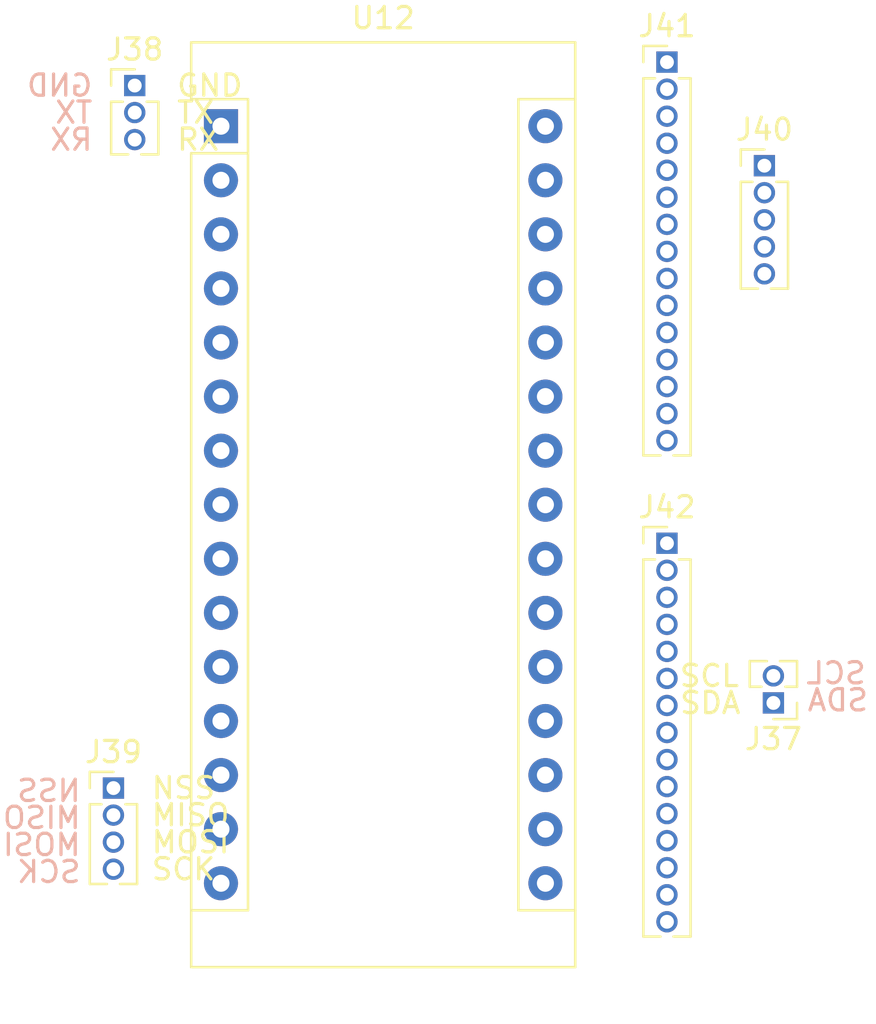
<source format=kicad_pcb>
(kicad_pcb (version 20171130) (host pcbnew 5.1.2-f72e74a~84~ubuntu18.04.1)

  (general
    (thickness 1.6)
    (drawings 0)
    (tracks 0)
    (zones 0)
    (modules 7)
    (nets 28)
  )

  (page A4)
  (layers
    (0 F.Cu signal)
    (31 B.Cu signal)
    (32 B.Adhes user)
    (33 F.Adhes user)
    (34 B.Paste user)
    (35 F.Paste user)
    (36 B.SilkS user)
    (37 F.SilkS user)
    (38 B.Mask user)
    (39 F.Mask user)
    (40 Dwgs.User user)
    (41 Cmts.User user)
    (42 Eco1.User user)
    (43 Eco2.User user)
    (44 Edge.Cuts user)
    (45 Margin user)
    (46 B.CrtYd user)
    (47 F.CrtYd user)
    (48 B.Fab user)
    (49 F.Fab user)
  )

  (setup
    (last_trace_width 0.25)
    (trace_clearance 0.2)
    (zone_clearance 0.508)
    (zone_45_only no)
    (trace_min 0.2)
    (via_size 0.8)
    (via_drill 0.4)
    (via_min_size 0.4)
    (via_min_drill 0.3)
    (uvia_size 0.3)
    (uvia_drill 0.1)
    (uvias_allowed no)
    (uvia_min_size 0.2)
    (uvia_min_drill 0.1)
    (edge_width 0.1)
    (segment_width 0.2)
    (pcb_text_width 0.3)
    (pcb_text_size 1.5 1.5)
    (mod_edge_width 0.15)
    (mod_text_size 1 1)
    (mod_text_width 0.15)
    (pad_size 1.524 1.524)
    (pad_drill 0.762)
    (pad_to_mask_clearance 0)
    (aux_axis_origin 0 0)
    (visible_elements FFFFFF7F)
    (pcbplotparams
      (layerselection 0x010fc_ffffffff)
      (usegerberextensions false)
      (usegerberattributes false)
      (usegerberadvancedattributes false)
      (creategerberjobfile false)
      (excludeedgelayer true)
      (linewidth 0.100000)
      (plotframeref false)
      (viasonmask false)
      (mode 1)
      (useauxorigin false)
      (hpglpennumber 1)
      (hpglpenspeed 20)
      (hpglpendiameter 15.000000)
      (psnegative false)
      (psa4output false)
      (plotreference true)
      (plotvalue true)
      (plotinvisibletext false)
      (padsonsilk false)
      (subtractmaskfromsilk false)
      (outputformat 1)
      (mirror false)
      (drillshape 1)
      (scaleselection 1)
      (outputdirectory ""))
  )

  (net 0 "")
  (net 1 /SDA)
  (net 2 /SCL)
  (net 3 GND)
  (net 4 /D1)
  (net 5 /D0)
  (net 6 /SS)
  (net 7 /MISO)
  (net 8 /MOSI)
  (net 9 /SCK)
  (net 10 /D9)
  (net 11 /D8)
  (net 12 /D7)
  (net 13 /OLED_SS)
  (net 14 /OLED_RST)
  (net 15 /OLED_DC)
  (net 16 /D3)
  (net 17 /D2)
  (net 18 /RST)
  (net 19 /3V3)
  (net 20 /AREF)
  (net 21 /A0)
  (net 22 /A1)
  (net 23 /A2)
  (net 24 /A3)
  (net 25 /A6)
  (net 26 /A7)
  (net 27 +5V)

  (net_class Default "This is the default net class."
    (clearance 0.2)
    (trace_width 0.25)
    (via_dia 0.8)
    (via_drill 0.4)
    (uvia_dia 0.3)
    (uvia_drill 0.1)
    (add_net +5V)
    (add_net /3V3)
    (add_net /A0)
    (add_net /A1)
    (add_net /A2)
    (add_net /A3)
    (add_net /A6)
    (add_net /A7)
    (add_net /AREF)
    (add_net /D0)
    (add_net /D1)
    (add_net /D2)
    (add_net /D3)
    (add_net /D7)
    (add_net /D8)
    (add_net /D9)
    (add_net /MISO)
    (add_net /MOSI)
    (add_net /OLED_DC)
    (add_net /OLED_RST)
    (add_net /OLED_SS)
    (add_net /RST)
    (add_net /SCK)
    (add_net /SCL)
    (add_net /SDA)
    (add_net /SS)
    (add_net GND)
  )

  (module Connector_PinHeader_1.27mm:PinHeader_1x05_P1.27mm_Vertical (layer F.Cu) (tedit 59FED6E3) (tstamp 5CEEBD42)
    (at 44.577 24.765)
    (descr "Through hole straight pin header, 1x05, 1.27mm pitch, single row")
    (tags "Through hole pin header THT 1x05 1.27mm single row")
    (path /5D05267A)
    (fp_text reference J40 (at 0 -1.695) (layer F.SilkS)
      (effects (font (size 1 1) (thickness 0.15)))
    )
    (fp_text value OLED_HEADER (at 0 6.775) (layer F.Fab)
      (effects (font (size 1 1) (thickness 0.15)))
    )
    (fp_text user %R (at 0 2.54 90) (layer F.Fab)
      (effects (font (size 1 1) (thickness 0.15)))
    )
    (fp_line (start 1.55 -1.15) (end -1.55 -1.15) (layer F.CrtYd) (width 0.05))
    (fp_line (start 1.55 6.25) (end 1.55 -1.15) (layer F.CrtYd) (width 0.05))
    (fp_line (start -1.55 6.25) (end 1.55 6.25) (layer F.CrtYd) (width 0.05))
    (fp_line (start -1.55 -1.15) (end -1.55 6.25) (layer F.CrtYd) (width 0.05))
    (fp_line (start -1.11 -0.76) (end 0 -0.76) (layer F.SilkS) (width 0.12))
    (fp_line (start -1.11 0) (end -1.11 -0.76) (layer F.SilkS) (width 0.12))
    (fp_line (start 0.563471 0.76) (end 1.11 0.76) (layer F.SilkS) (width 0.12))
    (fp_line (start -1.11 0.76) (end -0.563471 0.76) (layer F.SilkS) (width 0.12))
    (fp_line (start 1.11 0.76) (end 1.11 5.775) (layer F.SilkS) (width 0.12))
    (fp_line (start -1.11 0.76) (end -1.11 5.775) (layer F.SilkS) (width 0.12))
    (fp_line (start 0.30753 5.775) (end 1.11 5.775) (layer F.SilkS) (width 0.12))
    (fp_line (start -1.11 5.775) (end -0.30753 5.775) (layer F.SilkS) (width 0.12))
    (fp_line (start -1.05 -0.11) (end -0.525 -0.635) (layer F.Fab) (width 0.1))
    (fp_line (start -1.05 5.715) (end -1.05 -0.11) (layer F.Fab) (width 0.1))
    (fp_line (start 1.05 5.715) (end -1.05 5.715) (layer F.Fab) (width 0.1))
    (fp_line (start 1.05 -0.635) (end 1.05 5.715) (layer F.Fab) (width 0.1))
    (fp_line (start -0.525 -0.635) (end 1.05 -0.635) (layer F.Fab) (width 0.1))
    (pad 5 thru_hole oval (at 0 5.08) (size 1 1) (drill 0.65) (layers *.Cu *.Mask)
      (net 13 /OLED_SS))
    (pad 4 thru_hole oval (at 0 3.81) (size 1 1) (drill 0.65) (layers *.Cu *.Mask)
      (net 14 /OLED_RST))
    (pad 3 thru_hole oval (at 0 2.54) (size 1 1) (drill 0.65) (layers *.Cu *.Mask)
      (net 15 /OLED_DC))
    (pad 2 thru_hole oval (at 0 1.27) (size 1 1) (drill 0.65) (layers *.Cu *.Mask)
      (net 9 /SCK))
    (pad 1 thru_hole rect (at 0 0) (size 1 1) (drill 0.65) (layers *.Cu *.Mask)
      (net 8 /MOSI))
    (model ${KISYS3DMOD}/Connector_PinHeader_1.27mm.3dshapes/PinHeader_1x05_P1.27mm_Vertical.wrl
      (at (xyz 0 0 0))
      (scale (xyz 1 1 1))
      (rotate (xyz 0 0 0))
    )
  )

  (module Module:Arduino_Nano (layer F.Cu) (tedit 58ACAF70) (tstamp 5CEBB1C7)
    (at 19.05 22.91)
    (descr "Arduino Nano, http://www.mouser.com/pdfdocs/Gravitech_Arduino_Nano3_0.pdf")
    (tags "Arduino Nano")
    (path /5CE64286)
    (fp_text reference U12 (at 7.62 -5.08) (layer F.SilkS)
      (effects (font (size 1 1) (thickness 0.15)))
    )
    (fp_text value arduino_nano_v3 (at 8.89 19.05 90) (layer F.Fab)
      (effects (font (size 1 1) (thickness 0.15)))
    )
    (fp_line (start 16.75 42.16) (end -1.53 42.16) (layer F.CrtYd) (width 0.05))
    (fp_line (start 16.75 42.16) (end 16.75 -4.06) (layer F.CrtYd) (width 0.05))
    (fp_line (start -1.53 -4.06) (end -1.53 42.16) (layer F.CrtYd) (width 0.05))
    (fp_line (start -1.53 -4.06) (end 16.75 -4.06) (layer F.CrtYd) (width 0.05))
    (fp_line (start 16.51 -3.81) (end 16.51 39.37) (layer F.Fab) (width 0.1))
    (fp_line (start 0 -3.81) (end 16.51 -3.81) (layer F.Fab) (width 0.1))
    (fp_line (start -1.27 -2.54) (end 0 -3.81) (layer F.Fab) (width 0.1))
    (fp_line (start -1.27 39.37) (end -1.27 -2.54) (layer F.Fab) (width 0.1))
    (fp_line (start 16.51 39.37) (end -1.27 39.37) (layer F.Fab) (width 0.1))
    (fp_line (start 16.64 -3.94) (end -1.4 -3.94) (layer F.SilkS) (width 0.12))
    (fp_line (start 16.64 39.5) (end 16.64 -3.94) (layer F.SilkS) (width 0.12))
    (fp_line (start -1.4 39.5) (end 16.64 39.5) (layer F.SilkS) (width 0.12))
    (fp_line (start 3.81 41.91) (end 3.81 31.75) (layer F.Fab) (width 0.1))
    (fp_line (start 11.43 41.91) (end 3.81 41.91) (layer F.Fab) (width 0.1))
    (fp_line (start 11.43 31.75) (end 11.43 41.91) (layer F.Fab) (width 0.1))
    (fp_line (start 3.81 31.75) (end 11.43 31.75) (layer F.Fab) (width 0.1))
    (fp_line (start 1.27 36.83) (end -1.4 36.83) (layer F.SilkS) (width 0.12))
    (fp_line (start 1.27 1.27) (end 1.27 36.83) (layer F.SilkS) (width 0.12))
    (fp_line (start 1.27 1.27) (end -1.4 1.27) (layer F.SilkS) (width 0.12))
    (fp_line (start 13.97 36.83) (end 16.64 36.83) (layer F.SilkS) (width 0.12))
    (fp_line (start 13.97 -1.27) (end 13.97 36.83) (layer F.SilkS) (width 0.12))
    (fp_line (start 13.97 -1.27) (end 16.64 -1.27) (layer F.SilkS) (width 0.12))
    (fp_line (start -1.4 -3.94) (end -1.4 -1.27) (layer F.SilkS) (width 0.12))
    (fp_line (start -1.4 1.27) (end -1.4 39.5) (layer F.SilkS) (width 0.12))
    (fp_line (start 1.27 -1.27) (end -1.4 -1.27) (layer F.SilkS) (width 0.12))
    (fp_line (start 1.27 1.27) (end 1.27 -1.27) (layer F.SilkS) (width 0.12))
    (fp_text user %R (at 6.35 19.05 90) (layer F.Fab)
      (effects (font (size 1 1) (thickness 0.15)))
    )
    (pad 16 thru_hole oval (at 15.24 35.56) (size 1.6 1.6) (drill 0.8) (layers *.Cu *.Mask)
      (net 9 /SCK))
    (pad 15 thru_hole oval (at 0 35.56) (size 1.6 1.6) (drill 0.8) (layers *.Cu *.Mask)
      (net 7 /MISO))
    (pad 30 thru_hole oval (at 15.24 0) (size 1.6 1.6) (drill 0.8) (layers *.Cu *.Mask)
      (net 27 +5V))
    (pad 14 thru_hole oval (at 0 33.02) (size 1.6 1.6) (drill 0.8) (layers *.Cu *.Mask)
      (net 8 /MOSI))
    (pad 29 thru_hole oval (at 15.24 2.54) (size 1.6 1.6) (drill 0.8) (layers *.Cu *.Mask)
      (net 3 GND))
    (pad 13 thru_hole oval (at 0 30.48) (size 1.6 1.6) (drill 0.8) (layers *.Cu *.Mask)
      (net 6 /SS))
    (pad 28 thru_hole oval (at 15.24 5.08) (size 1.6 1.6) (drill 0.8) (layers *.Cu *.Mask)
      (net 18 /RST))
    (pad 12 thru_hole oval (at 0 27.94) (size 1.6 1.6) (drill 0.8) (layers *.Cu *.Mask)
      (net 10 /D9))
    (pad 27 thru_hole oval (at 15.24 7.62) (size 1.6 1.6) (drill 0.8) (layers *.Cu *.Mask)
      (net 27 +5V))
    (pad 11 thru_hole oval (at 0 25.4) (size 1.6 1.6) (drill 0.8) (layers *.Cu *.Mask)
      (net 11 /D8))
    (pad 26 thru_hole oval (at 15.24 10.16) (size 1.6 1.6) (drill 0.8) (layers *.Cu *.Mask)
      (net 26 /A7))
    (pad 10 thru_hole oval (at 0 22.86) (size 1.6 1.6) (drill 0.8) (layers *.Cu *.Mask)
      (net 12 /D7))
    (pad 25 thru_hole oval (at 15.24 12.7) (size 1.6 1.6) (drill 0.8) (layers *.Cu *.Mask)
      (net 25 /A6))
    (pad 9 thru_hole oval (at 0 20.32) (size 1.6 1.6) (drill 0.8) (layers *.Cu *.Mask)
      (net 13 /OLED_SS))
    (pad 24 thru_hole oval (at 15.24 15.24) (size 1.6 1.6) (drill 0.8) (layers *.Cu *.Mask)
      (net 2 /SCL))
    (pad 8 thru_hole oval (at 0 17.78) (size 1.6 1.6) (drill 0.8) (layers *.Cu *.Mask)
      (net 14 /OLED_RST))
    (pad 23 thru_hole oval (at 15.24 17.78) (size 1.6 1.6) (drill 0.8) (layers *.Cu *.Mask)
      (net 1 /SDA))
    (pad 7 thru_hole oval (at 0 15.24) (size 1.6 1.6) (drill 0.8) (layers *.Cu *.Mask)
      (net 15 /OLED_DC))
    (pad 22 thru_hole oval (at 15.24 20.32) (size 1.6 1.6) (drill 0.8) (layers *.Cu *.Mask)
      (net 24 /A3))
    (pad 6 thru_hole oval (at 0 12.7) (size 1.6 1.6) (drill 0.8) (layers *.Cu *.Mask)
      (net 16 /D3))
    (pad 21 thru_hole oval (at 15.24 22.86) (size 1.6 1.6) (drill 0.8) (layers *.Cu *.Mask)
      (net 23 /A2))
    (pad 5 thru_hole oval (at 0 10.16) (size 1.6 1.6) (drill 0.8) (layers *.Cu *.Mask)
      (net 17 /D2))
    (pad 20 thru_hole oval (at 15.24 25.4) (size 1.6 1.6) (drill 0.8) (layers *.Cu *.Mask)
      (net 22 /A1))
    (pad 4 thru_hole oval (at 0 7.62) (size 1.6 1.6) (drill 0.8) (layers *.Cu *.Mask)
      (net 3 GND))
    (pad 19 thru_hole oval (at 15.24 27.94) (size 1.6 1.6) (drill 0.8) (layers *.Cu *.Mask)
      (net 21 /A0))
    (pad 3 thru_hole oval (at 0 5.08) (size 1.6 1.6) (drill 0.8) (layers *.Cu *.Mask)
      (net 18 /RST))
    (pad 18 thru_hole oval (at 15.24 30.48) (size 1.6 1.6) (drill 0.8) (layers *.Cu *.Mask)
      (net 20 /AREF))
    (pad 2 thru_hole oval (at 0 2.54) (size 1.6 1.6) (drill 0.8) (layers *.Cu *.Mask)
      (net 5 /D0))
    (pad 17 thru_hole oval (at 15.24 33.02) (size 1.6 1.6) (drill 0.8) (layers *.Cu *.Mask)
      (net 19 /3V3))
    (pad 1 thru_hole rect (at 0 0) (size 1.6 1.6) (drill 0.8) (layers *.Cu *.Mask)
      (net 4 /D1))
    (model ${KISYS3DMOD}/Module.3dshapes/Arduino_Nano_WithMountingHoles.wrl
      (at (xyz 0 0 0))
      (scale (xyz 1 1 1))
      (rotate (xyz 0 0 0))
    )
  )

  (module Connector_PinHeader_1.27mm:PinHeader_1x15_P1.27mm_Vertical (layer F.Cu) (tedit 59FED6E3) (tstamp 5CEBB18A)
    (at 40 42.5)
    (descr "Through hole straight pin header, 1x15, 1.27mm pitch, single row")
    (tags "Through hole pin header THT 1x15 1.27mm single row")
    (path /5CEF7253)
    (fp_text reference J42 (at 0 -1.695) (layer F.SilkS)
      (effects (font (size 1 1) (thickness 0.15)))
    )
    (fp_text value ARDUINO_HEADER2 (at 0 19.475) (layer F.Fab)
      (effects (font (size 1 1) (thickness 0.15)))
    )
    (fp_text user %R (at 0 8.89 90) (layer F.Fab)
      (effects (font (size 1 1) (thickness 0.15)))
    )
    (fp_line (start 1.55 -1.15) (end -1.55 -1.15) (layer F.CrtYd) (width 0.05))
    (fp_line (start 1.55 18.95) (end 1.55 -1.15) (layer F.CrtYd) (width 0.05))
    (fp_line (start -1.55 18.95) (end 1.55 18.95) (layer F.CrtYd) (width 0.05))
    (fp_line (start -1.55 -1.15) (end -1.55 18.95) (layer F.CrtYd) (width 0.05))
    (fp_line (start -1.11 -0.76) (end 0 -0.76) (layer F.SilkS) (width 0.12))
    (fp_line (start -1.11 0) (end -1.11 -0.76) (layer F.SilkS) (width 0.12))
    (fp_line (start 0.563471 0.76) (end 1.11 0.76) (layer F.SilkS) (width 0.12))
    (fp_line (start -1.11 0.76) (end -0.563471 0.76) (layer F.SilkS) (width 0.12))
    (fp_line (start 1.11 0.76) (end 1.11 18.475) (layer F.SilkS) (width 0.12))
    (fp_line (start -1.11 0.76) (end -1.11 18.475) (layer F.SilkS) (width 0.12))
    (fp_line (start 0.30753 18.475) (end 1.11 18.475) (layer F.SilkS) (width 0.12))
    (fp_line (start -1.11 18.475) (end -0.30753 18.475) (layer F.SilkS) (width 0.12))
    (fp_line (start -1.05 -0.11) (end -0.525 -0.635) (layer F.Fab) (width 0.1))
    (fp_line (start -1.05 18.415) (end -1.05 -0.11) (layer F.Fab) (width 0.1))
    (fp_line (start 1.05 18.415) (end -1.05 18.415) (layer F.Fab) (width 0.1))
    (fp_line (start 1.05 -0.635) (end 1.05 18.415) (layer F.Fab) (width 0.1))
    (fp_line (start -0.525 -0.635) (end 1.05 -0.635) (layer F.Fab) (width 0.1))
    (pad 15 thru_hole oval (at 0 17.78) (size 1 1) (drill 0.65) (layers *.Cu *.Mask)
      (net 9 /SCK))
    (pad 14 thru_hole oval (at 0 16.51) (size 1 1) (drill 0.65) (layers *.Cu *.Mask)
      (net 19 /3V3))
    (pad 13 thru_hole oval (at 0 15.24) (size 1 1) (drill 0.65) (layers *.Cu *.Mask)
      (net 20 /AREF))
    (pad 12 thru_hole oval (at 0 13.97) (size 1 1) (drill 0.65) (layers *.Cu *.Mask)
      (net 21 /A0))
    (pad 11 thru_hole oval (at 0 12.7) (size 1 1) (drill 0.65) (layers *.Cu *.Mask)
      (net 22 /A1))
    (pad 10 thru_hole oval (at 0 11.43) (size 1 1) (drill 0.65) (layers *.Cu *.Mask)
      (net 23 /A2))
    (pad 9 thru_hole oval (at 0 10.16) (size 1 1) (drill 0.65) (layers *.Cu *.Mask)
      (net 24 /A3))
    (pad 8 thru_hole oval (at 0 8.89) (size 1 1) (drill 0.65) (layers *.Cu *.Mask)
      (net 1 /SDA))
    (pad 7 thru_hole oval (at 0 7.62) (size 1 1) (drill 0.65) (layers *.Cu *.Mask)
      (net 2 /SCL))
    (pad 6 thru_hole oval (at 0 6.35) (size 1 1) (drill 0.65) (layers *.Cu *.Mask)
      (net 25 /A6))
    (pad 5 thru_hole oval (at 0 5.08) (size 1 1) (drill 0.65) (layers *.Cu *.Mask)
      (net 26 /A7))
    (pad 4 thru_hole oval (at 0 3.81) (size 1 1) (drill 0.65) (layers *.Cu *.Mask)
      (net 27 +5V))
    (pad 3 thru_hole oval (at 0 2.54) (size 1 1) (drill 0.65) (layers *.Cu *.Mask)
      (net 18 /RST))
    (pad 2 thru_hole oval (at 0 1.27) (size 1 1) (drill 0.65) (layers *.Cu *.Mask)
      (net 3 GND))
    (pad 1 thru_hole rect (at 0 0) (size 1 1) (drill 0.65) (layers *.Cu *.Mask)
      (net 27 +5V))
    (model ${KISYS3DMOD}/Connector_PinHeader_1.27mm.3dshapes/PinHeader_1x15_P1.27mm_Vertical.wrl
      (at (xyz 0 0 0))
      (scale (xyz 1 1 1))
      (rotate (xyz 0 0 0))
    )
  )

  (module Connector_PinHeader_1.27mm:PinHeader_1x15_P1.27mm_Vertical (layer F.Cu) (tedit 59FED6E3) (tstamp 5CEBB165)
    (at 40 19.9)
    (descr "Through hole straight pin header, 1x15, 1.27mm pitch, single row")
    (tags "Through hole pin header THT 1x15 1.27mm single row")
    (path /5CEF6157)
    (fp_text reference J41 (at 0 -1.695) (layer F.SilkS)
      (effects (font (size 1 1) (thickness 0.15)))
    )
    (fp_text value ARDUINO_HEADER1 (at 0 19.475) (layer F.Fab)
      (effects (font (size 1 1) (thickness 0.15)))
    )
    (fp_text user %R (at 0 8.89 90) (layer F.Fab)
      (effects (font (size 1 1) (thickness 0.15)))
    )
    (fp_line (start 1.55 -1.15) (end -1.55 -1.15) (layer F.CrtYd) (width 0.05))
    (fp_line (start 1.55 18.95) (end 1.55 -1.15) (layer F.CrtYd) (width 0.05))
    (fp_line (start -1.55 18.95) (end 1.55 18.95) (layer F.CrtYd) (width 0.05))
    (fp_line (start -1.55 -1.15) (end -1.55 18.95) (layer F.CrtYd) (width 0.05))
    (fp_line (start -1.11 -0.76) (end 0 -0.76) (layer F.SilkS) (width 0.12))
    (fp_line (start -1.11 0) (end -1.11 -0.76) (layer F.SilkS) (width 0.12))
    (fp_line (start 0.563471 0.76) (end 1.11 0.76) (layer F.SilkS) (width 0.12))
    (fp_line (start -1.11 0.76) (end -0.563471 0.76) (layer F.SilkS) (width 0.12))
    (fp_line (start 1.11 0.76) (end 1.11 18.475) (layer F.SilkS) (width 0.12))
    (fp_line (start -1.11 0.76) (end -1.11 18.475) (layer F.SilkS) (width 0.12))
    (fp_line (start 0.30753 18.475) (end 1.11 18.475) (layer F.SilkS) (width 0.12))
    (fp_line (start -1.11 18.475) (end -0.30753 18.475) (layer F.SilkS) (width 0.12))
    (fp_line (start -1.05 -0.11) (end -0.525 -0.635) (layer F.Fab) (width 0.1))
    (fp_line (start -1.05 18.415) (end -1.05 -0.11) (layer F.Fab) (width 0.1))
    (fp_line (start 1.05 18.415) (end -1.05 18.415) (layer F.Fab) (width 0.1))
    (fp_line (start 1.05 -0.635) (end 1.05 18.415) (layer F.Fab) (width 0.1))
    (fp_line (start -0.525 -0.635) (end 1.05 -0.635) (layer F.Fab) (width 0.1))
    (pad 15 thru_hole oval (at 0 17.78) (size 1 1) (drill 0.65) (layers *.Cu *.Mask)
      (net 7 /MISO))
    (pad 14 thru_hole oval (at 0 16.51) (size 1 1) (drill 0.65) (layers *.Cu *.Mask)
      (net 8 /MOSI))
    (pad 13 thru_hole oval (at 0 15.24) (size 1 1) (drill 0.65) (layers *.Cu *.Mask)
      (net 6 /SS))
    (pad 12 thru_hole oval (at 0 13.97) (size 1 1) (drill 0.65) (layers *.Cu *.Mask)
      (net 10 /D9))
    (pad 11 thru_hole oval (at 0 12.7) (size 1 1) (drill 0.65) (layers *.Cu *.Mask)
      (net 11 /D8))
    (pad 10 thru_hole oval (at 0 11.43) (size 1 1) (drill 0.65) (layers *.Cu *.Mask)
      (net 12 /D7))
    (pad 9 thru_hole oval (at 0 10.16) (size 1 1) (drill 0.65) (layers *.Cu *.Mask)
      (net 13 /OLED_SS))
    (pad 8 thru_hole oval (at 0 8.89) (size 1 1) (drill 0.65) (layers *.Cu *.Mask)
      (net 14 /OLED_RST))
    (pad 7 thru_hole oval (at 0 7.62) (size 1 1) (drill 0.65) (layers *.Cu *.Mask)
      (net 15 /OLED_DC))
    (pad 6 thru_hole oval (at 0 6.35) (size 1 1) (drill 0.65) (layers *.Cu *.Mask)
      (net 16 /D3))
    (pad 5 thru_hole oval (at 0 5.08) (size 1 1) (drill 0.65) (layers *.Cu *.Mask)
      (net 17 /D2))
    (pad 4 thru_hole oval (at 0 3.81) (size 1 1) (drill 0.65) (layers *.Cu *.Mask)
      (net 3 GND))
    (pad 3 thru_hole oval (at 0 2.54) (size 1 1) (drill 0.65) (layers *.Cu *.Mask)
      (net 18 /RST))
    (pad 2 thru_hole oval (at 0 1.27) (size 1 1) (drill 0.65) (layers *.Cu *.Mask)
      (net 5 /D0))
    (pad 1 thru_hole rect (at 0 0) (size 1 1) (drill 0.65) (layers *.Cu *.Mask)
      (net 4 /D1))
    (model ${KISYS3DMOD}/Connector_PinHeader_1.27mm.3dshapes/PinHeader_1x15_P1.27mm_Vertical.wrl
      (at (xyz 0 0 0))
      (scale (xyz 1 1 1))
      (rotate (xyz 0 0 0))
    )
  )

  (module footprint-lib:SPI_DEBUG (layer F.Cu) (tedit 5CEA3C79) (tstamp 5CEBB5B8)
    (at 14 54)
    (descr "Through hole straight pin header, 1x04, 1.27mm pitch, single row")
    (tags "SPI DEBUG")
    (path /5D1622BE)
    (fp_text reference J39 (at 0 -1.695) (layer F.SilkS)
      (effects (font (size 1 1) (thickness 0.15)))
    )
    (fp_text value SPI_HEADER (at 0 5.505) (layer F.Fab)
      (effects (font (size 1 1) (thickness 0.15)))
    )
    (fp_text user NSS (at -1.4605 0.127) (layer B.SilkS)
      (effects (font (size 1 1) (thickness 0.15)) (justify left mirror))
    )
    (fp_text user MISO (at -1.4605 1.397) (layer B.SilkS)
      (effects (font (size 1 1) (thickness 0.15)) (justify left mirror))
    )
    (fp_text user SCK (at -1.4605 3.937) (layer B.SilkS)
      (effects (font (size 1 1) (thickness 0.15)) (justify left mirror))
    )
    (fp_text user MOSI (at -1.4605 2.667) (layer B.SilkS)
      (effects (font (size 1 1) (thickness 0.15)) (justify left mirror))
    )
    (fp_text user SCK (at 1.7145 3.81) (layer F.SilkS)
      (effects (font (size 1 1) (thickness 0.15)) (justify left))
    )
    (fp_text user MOSI (at 1.7145 2.54) (layer F.SilkS)
      (effects (font (size 1 1) (thickness 0.15)) (justify left))
    )
    (fp_text user MISO (at 1.7145 1.27) (layer F.SilkS)
      (effects (font (size 1 1) (thickness 0.15)) (justify left))
    )
    (fp_text user NSS (at 1.7145 0) (layer F.SilkS)
      (effects (font (size 1 1) (thickness 0.15)) (justify left))
    )
    (fp_line (start -0.525 -0.635) (end 1.05 -0.635) (layer F.Fab) (width 0.1))
    (fp_line (start 1.05 -0.635) (end 1.05 4.445) (layer F.Fab) (width 0.1))
    (fp_line (start 1.05 4.445) (end -1.05 4.445) (layer F.Fab) (width 0.1))
    (fp_line (start -1.05 4.445) (end -1.05 -0.11) (layer F.Fab) (width 0.1))
    (fp_line (start -1.05 -0.11) (end -0.525 -0.635) (layer F.Fab) (width 0.1))
    (fp_line (start -1.11 4.505) (end -0.30753 4.505) (layer F.SilkS) (width 0.12))
    (fp_line (start 0.30753 4.505) (end 1.11 4.505) (layer F.SilkS) (width 0.12))
    (fp_line (start -1.11 0.76) (end -1.11 4.505) (layer F.SilkS) (width 0.12))
    (fp_line (start 1.11 0.76) (end 1.11 4.505) (layer F.SilkS) (width 0.12))
    (fp_line (start -1.11 0.76) (end -0.563471 0.76) (layer F.SilkS) (width 0.12))
    (fp_line (start 0.563471 0.76) (end 1.11 0.76) (layer F.SilkS) (width 0.12))
    (fp_line (start -1.11 0) (end -1.11 -0.76) (layer F.SilkS) (width 0.12))
    (fp_line (start -1.11 -0.76) (end 0 -0.76) (layer F.SilkS) (width 0.12))
    (fp_line (start -1.55 -1.15) (end -1.55 4.95) (layer F.CrtYd) (width 0.05))
    (fp_line (start -1.55 4.95) (end 1.55 4.95) (layer F.CrtYd) (width 0.05))
    (fp_line (start 1.55 4.95) (end 1.55 -1.15) (layer F.CrtYd) (width 0.05))
    (fp_line (start 1.55 -1.15) (end -1.55 -1.15) (layer F.CrtYd) (width 0.05))
    (fp_text user %R (at 0 1.905 90) (layer F.Fab)
      (effects (font (size 1 1) (thickness 0.15)))
    )
    (pad NSS thru_hole rect (at 0 0) (size 1 1) (drill 0.65) (layers *.Cu *.Mask)
      (net 6 /SS))
    (pad MISO thru_hole oval (at 0 1.27) (size 1 1) (drill 0.65) (layers *.Cu *.Mask)
      (net 7 /MISO))
    (pad MOSI thru_hole oval (at 0 2.54) (size 1 1) (drill 0.65) (layers *.Cu *.Mask)
      (net 8 /MOSI))
    (pad SCK thru_hole oval (at 0 3.81) (size 1 1) (drill 0.65) (layers *.Cu *.Mask)
      (net 9 /SCK))
    (model ${KISYS3DMOD}/Connector_PinHeader_1.27mm.3dshapes/PinHeader_1x04_P1.27mm_Vertical.wrl
      (at (xyz 0 0 0))
      (scale (xyz 1 1 1))
      (rotate (xyz 0 0 0))
    )
  )

  (module footprint-lib:TTL_HEADER (layer F.Cu) (tedit 5CEA799D) (tstamp 5CEBB11E)
    (at 15 21)
    (descr "Through hole straight pin header, 1x03, 1.27mm pitch, single row")
    (tags "Through hole pin header THT 1x03 1.27mm single row")
    (path /5D16605D)
    (fp_text reference J38 (at 0 -1.695) (layer F.SilkS)
      (effects (font (size 1 1) (thickness 0.15)))
    )
    (fp_text value TTL_HEADER (at 0 4.235) (layer F.Fab)
      (effects (font (size 1 1) (thickness 0.15)))
    )
    (fp_text user RX (at -1.905 2.54 180) (layer B.SilkS)
      (effects (font (size 1 1) (thickness 0.15)) (justify left mirror))
    )
    (fp_text user TX (at -1.905 1.27 180) (layer B.SilkS)
      (effects (font (size 1 1) (thickness 0.15)) (justify left mirror))
    )
    (fp_text user GND (at -1.905 0 180) (layer B.SilkS)
      (effects (font (size 1 1) (thickness 0.15)) (justify left mirror))
    )
    (fp_text user RX (at 1.905 2.54) (layer F.SilkS)
      (effects (font (size 1 1) (thickness 0.15)) (justify left))
    )
    (fp_text user TX (at 1.905 1.27) (layer F.SilkS)
      (effects (font (size 1 1) (thickness 0.15)) (justify left))
    )
    (fp_text user GND (at 1.905 0) (layer F.SilkS)
      (effects (font (size 1 1) (thickness 0.15)) (justify left))
    )
    (fp_line (start -0.525 -0.635) (end 1.05 -0.635) (layer F.Fab) (width 0.1))
    (fp_line (start 1.05 -0.635) (end 1.05 3.175) (layer F.Fab) (width 0.1))
    (fp_line (start 1.05 3.175) (end -1.05 3.175) (layer F.Fab) (width 0.1))
    (fp_line (start -1.05 3.175) (end -1.05 -0.11) (layer F.Fab) (width 0.1))
    (fp_line (start -1.05 -0.11) (end -0.525 -0.635) (layer F.Fab) (width 0.1))
    (fp_line (start -1.11 3.235) (end -0.30753 3.235) (layer F.SilkS) (width 0.12))
    (fp_line (start 0.30753 3.235) (end 1.11 3.235) (layer F.SilkS) (width 0.12))
    (fp_line (start -1.11 0.76) (end -1.11 3.235) (layer F.SilkS) (width 0.12))
    (fp_line (start 1.11 0.76) (end 1.11 3.235) (layer F.SilkS) (width 0.12))
    (fp_line (start -1.11 0.76) (end -0.563471 0.76) (layer F.SilkS) (width 0.12))
    (fp_line (start 0.563471 0.76) (end 1.11 0.76) (layer F.SilkS) (width 0.12))
    (fp_line (start -1.11 0) (end -1.11 -0.76) (layer F.SilkS) (width 0.12))
    (fp_line (start -1.11 -0.76) (end 0 -0.76) (layer F.SilkS) (width 0.12))
    (fp_line (start -1.55 -1.15) (end -1.55 3.7) (layer F.CrtYd) (width 0.05))
    (fp_line (start -1.55 3.7) (end 1.55 3.7) (layer F.CrtYd) (width 0.05))
    (fp_line (start 1.55 3.7) (end 1.55 -1.15) (layer F.CrtYd) (width 0.05))
    (fp_line (start 1.55 -1.15) (end -1.55 -1.15) (layer F.CrtYd) (width 0.05))
    (fp_text user %R (at 0 1.27 90) (layer F.Fab)
      (effects (font (size 1 1) (thickness 0.15)))
    )
    (pad GND thru_hole rect (at 0 0) (size 1 1) (drill 0.65) (layers *.Cu *.Mask)
      (net 3 GND))
    (pad TX thru_hole oval (at 0 1.27) (size 1 1) (drill 0.65) (layers *.Cu *.Mask)
      (net 4 /D1))
    (pad RX thru_hole oval (at 0 2.54) (size 1 1) (drill 0.65) (layers *.Cu *.Mask)
      (net 5 /D0))
    (model ${KISYS3DMOD}/Connector_PinHeader_1.27mm.3dshapes/PinHeader_1x03_P1.27mm_Vertical.wrl
      (at (xyz 0 0 0))
      (scale (xyz 1 1 1))
      (rotate (xyz 0 0 0))
    )
  )

  (module footprint-lib:I2C_DEBUG (layer F.Cu) (tedit 5CEA3CF4) (tstamp 5CEBB0FF)
    (at 45 50 180)
    (descr "Through hole straight pin header, 1x02, 1.27mm pitch, single row")
    (tags "Through hole pin header THT 1x02 1.27mm single row")
    (path /5D190CE0)
    (fp_text reference J37 (at 0 -1.695) (layer F.SilkS)
      (effects (font (size 1 1) (thickness 0.15)))
    )
    (fp_text value I2C_HEADER (at 0 2.965) (layer F.Fab)
      (effects (font (size 1 1) (thickness 0.15)))
    )
    (fp_text user SDA (at -1.524 0.127) (layer B.SilkS)
      (effects (font (size 1 1) (thickness 0.15)) (justify right mirror))
    )
    (fp_text user SCL (at -1.4605 1.397) (layer B.SilkS)
      (effects (font (size 1 1) (thickness 0.15)) (justify right mirror))
    )
    (fp_text user SCL (at 1.524 1.27) (layer F.SilkS)
      (effects (font (size 1 1) (thickness 0.15)) (justify right))
    )
    (fp_text user SDA (at 1.4605 0) (layer F.SilkS)
      (effects (font (size 1 1) (thickness 0.15)) (justify right))
    )
    (fp_line (start -0.525 -0.635) (end 1.05 -0.635) (layer F.Fab) (width 0.1))
    (fp_line (start 1.05 -0.635) (end 1.05 1.905) (layer F.Fab) (width 0.1))
    (fp_line (start 1.05 1.905) (end -1.05 1.905) (layer F.Fab) (width 0.1))
    (fp_line (start -1.05 1.905) (end -1.05 -0.11) (layer F.Fab) (width 0.1))
    (fp_line (start -1.05 -0.11) (end -0.525 -0.635) (layer F.Fab) (width 0.1))
    (fp_line (start -1.11 1.965) (end -0.30753 1.965) (layer F.SilkS) (width 0.12))
    (fp_line (start 0.30753 1.965) (end 1.11 1.965) (layer F.SilkS) (width 0.12))
    (fp_line (start -1.11 0.76) (end -1.11 1.965) (layer F.SilkS) (width 0.12))
    (fp_line (start 1.11 0.76) (end 1.11 1.965) (layer F.SilkS) (width 0.12))
    (fp_line (start -1.11 0.76) (end -0.563471 0.76) (layer F.SilkS) (width 0.12))
    (fp_line (start 0.563471 0.76) (end 1.11 0.76) (layer F.SilkS) (width 0.12))
    (fp_line (start -1.11 0) (end -1.11 -0.76) (layer F.SilkS) (width 0.12))
    (fp_line (start -1.11 -0.76) (end 0 -0.76) (layer F.SilkS) (width 0.12))
    (fp_line (start -1.55 -1.15) (end -1.55 2.45) (layer F.CrtYd) (width 0.05))
    (fp_line (start -1.55 2.45) (end 1.55 2.45) (layer F.CrtYd) (width 0.05))
    (fp_line (start 1.55 2.45) (end 1.55 -1.15) (layer F.CrtYd) (width 0.05))
    (fp_line (start 1.55 -1.15) (end -1.55 -1.15) (layer F.CrtYd) (width 0.05))
    (fp_text user %R (at 0 0.635 90) (layer F.Fab)
      (effects (font (size 1 1) (thickness 0.15)))
    )
    (pad SDA thru_hole rect (at 0 0 180) (size 1 1) (drill 0.65) (layers *.Cu *.Mask)
      (net 1 /SDA))
    (pad SCL thru_hole oval (at 0 1.27 180) (size 1 1) (drill 0.65) (layers *.Cu *.Mask)
      (net 2 /SCL))
    (model ${KISYS3DMOD}/Connector_PinHeader_1.27mm.3dshapes/PinHeader_1x02_P1.27mm_Vertical.wrl
      (at (xyz 0 0 0))
      (scale (xyz 1 1 1))
      (rotate (xyz 0 0 0))
    )
  )

)

</source>
